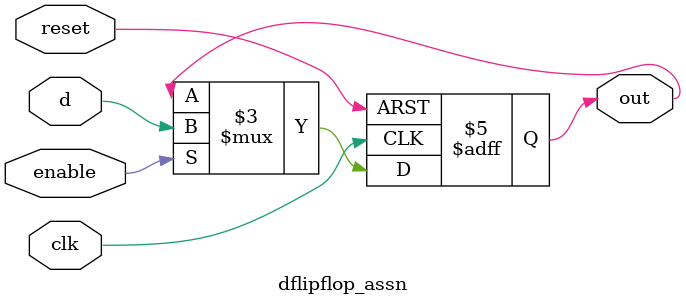
<source format=v>
module dflipflop_assn(d, clk, enable, reset, out);
input d, clk, enable, reset;
output out;
reg out;
always @ (posedge clk or posedge reset) begin
    if (reset)
      out = 0;
    else
      if (enable)
        out = d;
 end
endmodule

</source>
